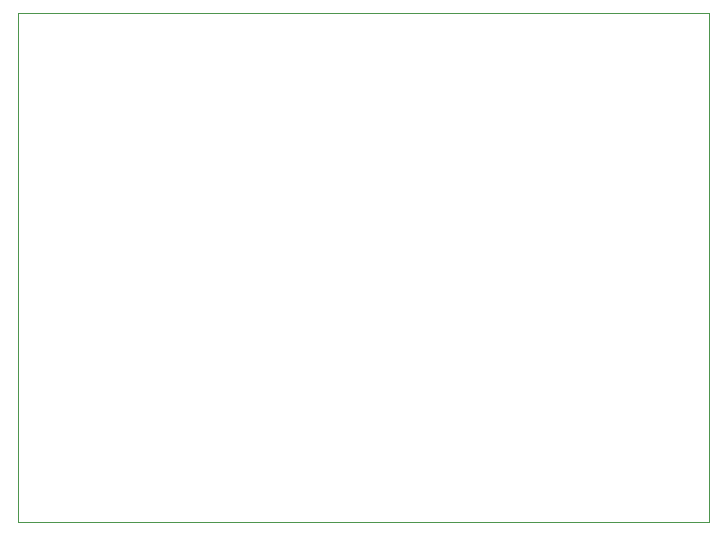
<source format=gbr>
%TF.GenerationSoftware,KiCad,Pcbnew,9.0.3*%
%TF.CreationDate,2025-08-23T19:54:00-03:00*%
%TF.ProjectId,TorqController,546f7271-436f-46e7-9472-6f6c6c65722e,rev?*%
%TF.SameCoordinates,Original*%
%TF.FileFunction,Profile,NP*%
%FSLAX46Y46*%
G04 Gerber Fmt 4.6, Leading zero omitted, Abs format (unit mm)*
G04 Created by KiCad (PCBNEW 9.0.3) date 2025-08-23 19:54:00*
%MOMM*%
%LPD*%
G01*
G04 APERTURE LIST*
%TA.AperFunction,Profile*%
%ADD10C,0.050000*%
%TD*%
G04 APERTURE END LIST*
D10*
X195500000Y-69500000D02*
X137500000Y-69500000D01*
X195500000Y-112600000D02*
X137500000Y-112600000D01*
X137500000Y-69550000D02*
X137500000Y-69500000D01*
X196000000Y-112500000D02*
X196000000Y-112600000D01*
X196000000Y-69500000D02*
X196000000Y-112500000D01*
X137500000Y-69550000D02*
X137500000Y-112550000D01*
X137500000Y-112600000D02*
X137500000Y-112550000D01*
X195500000Y-69500000D02*
X196000000Y-69500000D01*
X195500000Y-112600000D02*
X196000000Y-112600000D01*
M02*

</source>
